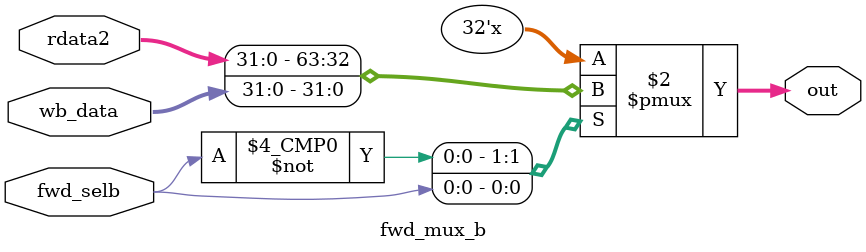
<source format=sv>
module fwd_mux_b
(
    input  logic [31:0] rdata2,      
    input  logic [31:0] wb_data,  
    input  logic        fwd_selb,          
    output logic [31:0] out
);

    always_comb begin
        case (fwd_selb)
            1'b0: out = rdata2; // No forwarding
            1'b1: out = wb_data; // forwarding
            default: out = rdata2;
        endcase
    end
    
endmodule
</source>
